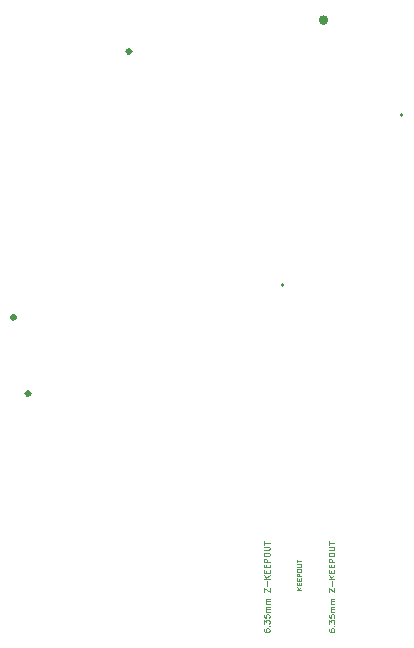
<source format=gbr>
%TF.GenerationSoftware,KiCad,Pcbnew,8.0.5*%
%TF.CreationDate,2025-05-15T20:07:03-04:00*%
%TF.ProjectId,RTLS_VIC,52544c53-5f56-4494-932e-6b696361645f,rev?*%
%TF.SameCoordinates,Original*%
%TF.FileFunction,Other,Comment*%
%FSLAX46Y46*%
G04 Gerber Fmt 4.6, Leading zero omitted, Abs format (unit mm)*
G04 Created by KiCad (PCBNEW 8.0.5) date 2025-05-15 20:07:03*
%MOMM*%
%LPD*%
G01*
G04 APERTURE LIST*
%ADD10C,0.070000*%
%ADD11C,0.125000*%
%ADD12C,0.300000*%
%ADD13C,0.150000*%
%ADD14C,0.200000*%
%ADD15C,0.400000*%
G04 APERTURE END LIST*
D10*
X156115407Y-122223095D02*
X155715407Y-122223095D01*
X156115407Y-121994524D02*
X155886836Y-122165953D01*
X155715407Y-121994524D02*
X155943979Y-122223095D01*
X155905883Y-121823095D02*
X155905883Y-121689762D01*
X156115407Y-121632619D02*
X156115407Y-121823095D01*
X156115407Y-121823095D02*
X155715407Y-121823095D01*
X155715407Y-121823095D02*
X155715407Y-121632619D01*
X155905883Y-121461190D02*
X155905883Y-121327857D01*
X156115407Y-121270714D02*
X156115407Y-121461190D01*
X156115407Y-121461190D02*
X155715407Y-121461190D01*
X155715407Y-121461190D02*
X155715407Y-121270714D01*
X156115407Y-121099285D02*
X155715407Y-121099285D01*
X155715407Y-121099285D02*
X155715407Y-120946904D01*
X155715407Y-120946904D02*
X155734455Y-120908809D01*
X155734455Y-120908809D02*
X155753502Y-120889762D01*
X155753502Y-120889762D02*
X155791598Y-120870714D01*
X155791598Y-120870714D02*
X155848740Y-120870714D01*
X155848740Y-120870714D02*
X155886836Y-120889762D01*
X155886836Y-120889762D02*
X155905883Y-120908809D01*
X155905883Y-120908809D02*
X155924931Y-120946904D01*
X155924931Y-120946904D02*
X155924931Y-121099285D01*
X155715407Y-120623095D02*
X155715407Y-120546904D01*
X155715407Y-120546904D02*
X155734455Y-120508809D01*
X155734455Y-120508809D02*
X155772550Y-120470714D01*
X155772550Y-120470714D02*
X155848740Y-120451666D01*
X155848740Y-120451666D02*
X155982074Y-120451666D01*
X155982074Y-120451666D02*
X156058264Y-120470714D01*
X156058264Y-120470714D02*
X156096360Y-120508809D01*
X156096360Y-120508809D02*
X156115407Y-120546904D01*
X156115407Y-120546904D02*
X156115407Y-120623095D01*
X156115407Y-120623095D02*
X156096360Y-120661190D01*
X156096360Y-120661190D02*
X156058264Y-120699285D01*
X156058264Y-120699285D02*
X155982074Y-120718333D01*
X155982074Y-120718333D02*
X155848740Y-120718333D01*
X155848740Y-120718333D02*
X155772550Y-120699285D01*
X155772550Y-120699285D02*
X155734455Y-120661190D01*
X155734455Y-120661190D02*
X155715407Y-120623095D01*
X155715407Y-120280237D02*
X156039217Y-120280237D01*
X156039217Y-120280237D02*
X156077312Y-120261190D01*
X156077312Y-120261190D02*
X156096360Y-120242142D01*
X156096360Y-120242142D02*
X156115407Y-120204047D01*
X156115407Y-120204047D02*
X156115407Y-120127856D01*
X156115407Y-120127856D02*
X156096360Y-120089761D01*
X156096360Y-120089761D02*
X156077312Y-120070714D01*
X156077312Y-120070714D02*
X156039217Y-120051666D01*
X156039217Y-120051666D02*
X155715407Y-120051666D01*
X155715407Y-119918332D02*
X155715407Y-119689761D01*
X156115407Y-119804047D02*
X155715407Y-119804047D01*
D11*
X158408809Y-125556427D02*
X158408809Y-125651665D01*
X158408809Y-125651665D02*
X158432619Y-125699284D01*
X158432619Y-125699284D02*
X158456428Y-125723094D01*
X158456428Y-125723094D02*
X158527857Y-125770713D01*
X158527857Y-125770713D02*
X158623095Y-125794522D01*
X158623095Y-125794522D02*
X158813571Y-125794522D01*
X158813571Y-125794522D02*
X158861190Y-125770713D01*
X158861190Y-125770713D02*
X158885000Y-125746903D01*
X158885000Y-125746903D02*
X158908809Y-125699284D01*
X158908809Y-125699284D02*
X158908809Y-125604046D01*
X158908809Y-125604046D02*
X158885000Y-125556427D01*
X158885000Y-125556427D02*
X158861190Y-125532618D01*
X158861190Y-125532618D02*
X158813571Y-125508808D01*
X158813571Y-125508808D02*
X158694523Y-125508808D01*
X158694523Y-125508808D02*
X158646904Y-125532618D01*
X158646904Y-125532618D02*
X158623095Y-125556427D01*
X158623095Y-125556427D02*
X158599285Y-125604046D01*
X158599285Y-125604046D02*
X158599285Y-125699284D01*
X158599285Y-125699284D02*
X158623095Y-125746903D01*
X158623095Y-125746903D02*
X158646904Y-125770713D01*
X158646904Y-125770713D02*
X158694523Y-125794522D01*
X158861190Y-125294523D02*
X158885000Y-125270713D01*
X158885000Y-125270713D02*
X158908809Y-125294523D01*
X158908809Y-125294523D02*
X158885000Y-125318332D01*
X158885000Y-125318332D02*
X158861190Y-125294523D01*
X158861190Y-125294523D02*
X158908809Y-125294523D01*
X158408809Y-125104047D02*
X158408809Y-124794523D01*
X158408809Y-124794523D02*
X158599285Y-124961190D01*
X158599285Y-124961190D02*
X158599285Y-124889761D01*
X158599285Y-124889761D02*
X158623095Y-124842142D01*
X158623095Y-124842142D02*
X158646904Y-124818333D01*
X158646904Y-124818333D02*
X158694523Y-124794523D01*
X158694523Y-124794523D02*
X158813571Y-124794523D01*
X158813571Y-124794523D02*
X158861190Y-124818333D01*
X158861190Y-124818333D02*
X158885000Y-124842142D01*
X158885000Y-124842142D02*
X158908809Y-124889761D01*
X158908809Y-124889761D02*
X158908809Y-125032618D01*
X158908809Y-125032618D02*
X158885000Y-125080237D01*
X158885000Y-125080237D02*
X158861190Y-125104047D01*
X158408809Y-124342143D02*
X158408809Y-124580238D01*
X158408809Y-124580238D02*
X158646904Y-124604047D01*
X158646904Y-124604047D02*
X158623095Y-124580238D01*
X158623095Y-124580238D02*
X158599285Y-124532619D01*
X158599285Y-124532619D02*
X158599285Y-124413571D01*
X158599285Y-124413571D02*
X158623095Y-124365952D01*
X158623095Y-124365952D02*
X158646904Y-124342143D01*
X158646904Y-124342143D02*
X158694523Y-124318333D01*
X158694523Y-124318333D02*
X158813571Y-124318333D01*
X158813571Y-124318333D02*
X158861190Y-124342143D01*
X158861190Y-124342143D02*
X158885000Y-124365952D01*
X158885000Y-124365952D02*
X158908809Y-124413571D01*
X158908809Y-124413571D02*
X158908809Y-124532619D01*
X158908809Y-124532619D02*
X158885000Y-124580238D01*
X158885000Y-124580238D02*
X158861190Y-124604047D01*
X158908809Y-124104048D02*
X158575476Y-124104048D01*
X158623095Y-124104048D02*
X158599285Y-124080238D01*
X158599285Y-124080238D02*
X158575476Y-124032619D01*
X158575476Y-124032619D02*
X158575476Y-123961191D01*
X158575476Y-123961191D02*
X158599285Y-123913572D01*
X158599285Y-123913572D02*
X158646904Y-123889762D01*
X158646904Y-123889762D02*
X158908809Y-123889762D01*
X158646904Y-123889762D02*
X158599285Y-123865953D01*
X158599285Y-123865953D02*
X158575476Y-123818334D01*
X158575476Y-123818334D02*
X158575476Y-123746905D01*
X158575476Y-123746905D02*
X158599285Y-123699286D01*
X158599285Y-123699286D02*
X158646904Y-123675476D01*
X158646904Y-123675476D02*
X158908809Y-123675476D01*
X158908809Y-123437381D02*
X158575476Y-123437381D01*
X158623095Y-123437381D02*
X158599285Y-123413571D01*
X158599285Y-123413571D02*
X158575476Y-123365952D01*
X158575476Y-123365952D02*
X158575476Y-123294524D01*
X158575476Y-123294524D02*
X158599285Y-123246905D01*
X158599285Y-123246905D02*
X158646904Y-123223095D01*
X158646904Y-123223095D02*
X158908809Y-123223095D01*
X158646904Y-123223095D02*
X158599285Y-123199286D01*
X158599285Y-123199286D02*
X158575476Y-123151667D01*
X158575476Y-123151667D02*
X158575476Y-123080238D01*
X158575476Y-123080238D02*
X158599285Y-123032619D01*
X158599285Y-123032619D02*
X158646904Y-123008809D01*
X158646904Y-123008809D02*
X158908809Y-123008809D01*
X158408809Y-122437381D02*
X158408809Y-122104048D01*
X158408809Y-122104048D02*
X158908809Y-122437381D01*
X158908809Y-122437381D02*
X158908809Y-122104048D01*
X158718333Y-121913572D02*
X158718333Y-121532620D01*
X158908809Y-121294524D02*
X158408809Y-121294524D01*
X158908809Y-121008810D02*
X158623095Y-121223095D01*
X158408809Y-121008810D02*
X158694523Y-121294524D01*
X158646904Y-120794524D02*
X158646904Y-120627857D01*
X158908809Y-120556429D02*
X158908809Y-120794524D01*
X158908809Y-120794524D02*
X158408809Y-120794524D01*
X158408809Y-120794524D02*
X158408809Y-120556429D01*
X158646904Y-120342143D02*
X158646904Y-120175476D01*
X158908809Y-120104048D02*
X158908809Y-120342143D01*
X158908809Y-120342143D02*
X158408809Y-120342143D01*
X158408809Y-120342143D02*
X158408809Y-120104048D01*
X158908809Y-119889762D02*
X158408809Y-119889762D01*
X158408809Y-119889762D02*
X158408809Y-119699286D01*
X158408809Y-119699286D02*
X158432619Y-119651667D01*
X158432619Y-119651667D02*
X158456428Y-119627857D01*
X158456428Y-119627857D02*
X158504047Y-119604048D01*
X158504047Y-119604048D02*
X158575476Y-119604048D01*
X158575476Y-119604048D02*
X158623095Y-119627857D01*
X158623095Y-119627857D02*
X158646904Y-119651667D01*
X158646904Y-119651667D02*
X158670714Y-119699286D01*
X158670714Y-119699286D02*
X158670714Y-119889762D01*
X158408809Y-119294524D02*
X158408809Y-119199286D01*
X158408809Y-119199286D02*
X158432619Y-119151667D01*
X158432619Y-119151667D02*
X158480238Y-119104048D01*
X158480238Y-119104048D02*
X158575476Y-119080238D01*
X158575476Y-119080238D02*
X158742142Y-119080238D01*
X158742142Y-119080238D02*
X158837380Y-119104048D01*
X158837380Y-119104048D02*
X158885000Y-119151667D01*
X158885000Y-119151667D02*
X158908809Y-119199286D01*
X158908809Y-119199286D02*
X158908809Y-119294524D01*
X158908809Y-119294524D02*
X158885000Y-119342143D01*
X158885000Y-119342143D02*
X158837380Y-119389762D01*
X158837380Y-119389762D02*
X158742142Y-119413571D01*
X158742142Y-119413571D02*
X158575476Y-119413571D01*
X158575476Y-119413571D02*
X158480238Y-119389762D01*
X158480238Y-119389762D02*
X158432619Y-119342143D01*
X158432619Y-119342143D02*
X158408809Y-119294524D01*
X158408809Y-118865952D02*
X158813571Y-118865952D01*
X158813571Y-118865952D02*
X158861190Y-118842142D01*
X158861190Y-118842142D02*
X158885000Y-118818333D01*
X158885000Y-118818333D02*
X158908809Y-118770714D01*
X158908809Y-118770714D02*
X158908809Y-118675476D01*
X158908809Y-118675476D02*
X158885000Y-118627857D01*
X158885000Y-118627857D02*
X158861190Y-118604047D01*
X158861190Y-118604047D02*
X158813571Y-118580238D01*
X158813571Y-118580238D02*
X158408809Y-118580238D01*
X158408809Y-118413570D02*
X158408809Y-118127856D01*
X158908809Y-118270713D02*
X158408809Y-118270713D01*
X152908809Y-125556427D02*
X152908809Y-125651665D01*
X152908809Y-125651665D02*
X152932619Y-125699284D01*
X152932619Y-125699284D02*
X152956428Y-125723094D01*
X152956428Y-125723094D02*
X153027857Y-125770713D01*
X153027857Y-125770713D02*
X153123095Y-125794522D01*
X153123095Y-125794522D02*
X153313571Y-125794522D01*
X153313571Y-125794522D02*
X153361190Y-125770713D01*
X153361190Y-125770713D02*
X153385000Y-125746903D01*
X153385000Y-125746903D02*
X153408809Y-125699284D01*
X153408809Y-125699284D02*
X153408809Y-125604046D01*
X153408809Y-125604046D02*
X153385000Y-125556427D01*
X153385000Y-125556427D02*
X153361190Y-125532618D01*
X153361190Y-125532618D02*
X153313571Y-125508808D01*
X153313571Y-125508808D02*
X153194523Y-125508808D01*
X153194523Y-125508808D02*
X153146904Y-125532618D01*
X153146904Y-125532618D02*
X153123095Y-125556427D01*
X153123095Y-125556427D02*
X153099285Y-125604046D01*
X153099285Y-125604046D02*
X153099285Y-125699284D01*
X153099285Y-125699284D02*
X153123095Y-125746903D01*
X153123095Y-125746903D02*
X153146904Y-125770713D01*
X153146904Y-125770713D02*
X153194523Y-125794522D01*
X153361190Y-125294523D02*
X153385000Y-125270713D01*
X153385000Y-125270713D02*
X153408809Y-125294523D01*
X153408809Y-125294523D02*
X153385000Y-125318332D01*
X153385000Y-125318332D02*
X153361190Y-125294523D01*
X153361190Y-125294523D02*
X153408809Y-125294523D01*
X152908809Y-125104047D02*
X152908809Y-124794523D01*
X152908809Y-124794523D02*
X153099285Y-124961190D01*
X153099285Y-124961190D02*
X153099285Y-124889761D01*
X153099285Y-124889761D02*
X153123095Y-124842142D01*
X153123095Y-124842142D02*
X153146904Y-124818333D01*
X153146904Y-124818333D02*
X153194523Y-124794523D01*
X153194523Y-124794523D02*
X153313571Y-124794523D01*
X153313571Y-124794523D02*
X153361190Y-124818333D01*
X153361190Y-124818333D02*
X153385000Y-124842142D01*
X153385000Y-124842142D02*
X153408809Y-124889761D01*
X153408809Y-124889761D02*
X153408809Y-125032618D01*
X153408809Y-125032618D02*
X153385000Y-125080237D01*
X153385000Y-125080237D02*
X153361190Y-125104047D01*
X152908809Y-124342143D02*
X152908809Y-124580238D01*
X152908809Y-124580238D02*
X153146904Y-124604047D01*
X153146904Y-124604047D02*
X153123095Y-124580238D01*
X153123095Y-124580238D02*
X153099285Y-124532619D01*
X153099285Y-124532619D02*
X153099285Y-124413571D01*
X153099285Y-124413571D02*
X153123095Y-124365952D01*
X153123095Y-124365952D02*
X153146904Y-124342143D01*
X153146904Y-124342143D02*
X153194523Y-124318333D01*
X153194523Y-124318333D02*
X153313571Y-124318333D01*
X153313571Y-124318333D02*
X153361190Y-124342143D01*
X153361190Y-124342143D02*
X153385000Y-124365952D01*
X153385000Y-124365952D02*
X153408809Y-124413571D01*
X153408809Y-124413571D02*
X153408809Y-124532619D01*
X153408809Y-124532619D02*
X153385000Y-124580238D01*
X153385000Y-124580238D02*
X153361190Y-124604047D01*
X153408809Y-124104048D02*
X153075476Y-124104048D01*
X153123095Y-124104048D02*
X153099285Y-124080238D01*
X153099285Y-124080238D02*
X153075476Y-124032619D01*
X153075476Y-124032619D02*
X153075476Y-123961191D01*
X153075476Y-123961191D02*
X153099285Y-123913572D01*
X153099285Y-123913572D02*
X153146904Y-123889762D01*
X153146904Y-123889762D02*
X153408809Y-123889762D01*
X153146904Y-123889762D02*
X153099285Y-123865953D01*
X153099285Y-123865953D02*
X153075476Y-123818334D01*
X153075476Y-123818334D02*
X153075476Y-123746905D01*
X153075476Y-123746905D02*
X153099285Y-123699286D01*
X153099285Y-123699286D02*
X153146904Y-123675476D01*
X153146904Y-123675476D02*
X153408809Y-123675476D01*
X153408809Y-123437381D02*
X153075476Y-123437381D01*
X153123095Y-123437381D02*
X153099285Y-123413571D01*
X153099285Y-123413571D02*
X153075476Y-123365952D01*
X153075476Y-123365952D02*
X153075476Y-123294524D01*
X153075476Y-123294524D02*
X153099285Y-123246905D01*
X153099285Y-123246905D02*
X153146904Y-123223095D01*
X153146904Y-123223095D02*
X153408809Y-123223095D01*
X153146904Y-123223095D02*
X153099285Y-123199286D01*
X153099285Y-123199286D02*
X153075476Y-123151667D01*
X153075476Y-123151667D02*
X153075476Y-123080238D01*
X153075476Y-123080238D02*
X153099285Y-123032619D01*
X153099285Y-123032619D02*
X153146904Y-123008809D01*
X153146904Y-123008809D02*
X153408809Y-123008809D01*
X152908809Y-122437381D02*
X152908809Y-122104048D01*
X152908809Y-122104048D02*
X153408809Y-122437381D01*
X153408809Y-122437381D02*
X153408809Y-122104048D01*
X153218333Y-121913572D02*
X153218333Y-121532620D01*
X153408809Y-121294524D02*
X152908809Y-121294524D01*
X153408809Y-121008810D02*
X153123095Y-121223095D01*
X152908809Y-121008810D02*
X153194523Y-121294524D01*
X153146904Y-120794524D02*
X153146904Y-120627857D01*
X153408809Y-120556429D02*
X153408809Y-120794524D01*
X153408809Y-120794524D02*
X152908809Y-120794524D01*
X152908809Y-120794524D02*
X152908809Y-120556429D01*
X153146904Y-120342143D02*
X153146904Y-120175476D01*
X153408809Y-120104048D02*
X153408809Y-120342143D01*
X153408809Y-120342143D02*
X152908809Y-120342143D01*
X152908809Y-120342143D02*
X152908809Y-120104048D01*
X153408809Y-119889762D02*
X152908809Y-119889762D01*
X152908809Y-119889762D02*
X152908809Y-119699286D01*
X152908809Y-119699286D02*
X152932619Y-119651667D01*
X152932619Y-119651667D02*
X152956428Y-119627857D01*
X152956428Y-119627857D02*
X153004047Y-119604048D01*
X153004047Y-119604048D02*
X153075476Y-119604048D01*
X153075476Y-119604048D02*
X153123095Y-119627857D01*
X153123095Y-119627857D02*
X153146904Y-119651667D01*
X153146904Y-119651667D02*
X153170714Y-119699286D01*
X153170714Y-119699286D02*
X153170714Y-119889762D01*
X152908809Y-119294524D02*
X152908809Y-119199286D01*
X152908809Y-119199286D02*
X152932619Y-119151667D01*
X152932619Y-119151667D02*
X152980238Y-119104048D01*
X152980238Y-119104048D02*
X153075476Y-119080238D01*
X153075476Y-119080238D02*
X153242142Y-119080238D01*
X153242142Y-119080238D02*
X153337380Y-119104048D01*
X153337380Y-119104048D02*
X153385000Y-119151667D01*
X153385000Y-119151667D02*
X153408809Y-119199286D01*
X153408809Y-119199286D02*
X153408809Y-119294524D01*
X153408809Y-119294524D02*
X153385000Y-119342143D01*
X153385000Y-119342143D02*
X153337380Y-119389762D01*
X153337380Y-119389762D02*
X153242142Y-119413571D01*
X153242142Y-119413571D02*
X153075476Y-119413571D01*
X153075476Y-119413571D02*
X152980238Y-119389762D01*
X152980238Y-119389762D02*
X152932619Y-119342143D01*
X152932619Y-119342143D02*
X152908809Y-119294524D01*
X152908809Y-118865952D02*
X153313571Y-118865952D01*
X153313571Y-118865952D02*
X153361190Y-118842142D01*
X153361190Y-118842142D02*
X153385000Y-118818333D01*
X153385000Y-118818333D02*
X153408809Y-118770714D01*
X153408809Y-118770714D02*
X153408809Y-118675476D01*
X153408809Y-118675476D02*
X153385000Y-118627857D01*
X153385000Y-118627857D02*
X153361190Y-118604047D01*
X153361190Y-118604047D02*
X153313571Y-118580238D01*
X153313571Y-118580238D02*
X152908809Y-118580238D01*
X152908809Y-118413570D02*
X152908809Y-118127856D01*
X153408809Y-118270713D02*
X152908809Y-118270713D01*
D12*
%TO.C,X1*%
X133109000Y-105630000D02*
G75*
G02*
X132809000Y-105630000I-150000J0D01*
G01*
X132809000Y-105630000D02*
G75*
G02*
X133109000Y-105630000I150000J0D01*
G01*
%TO.C,U9*%
X131874000Y-99170000D02*
G75*
G02*
X131574000Y-99170000I-150000J0D01*
G01*
X131574000Y-99170000D02*
G75*
G02*
X131874000Y-99170000I150000J0D01*
G01*
D13*
%TO.C,U8*%
X154579000Y-96415000D02*
G75*
G02*
X154439000Y-96415000I-70000J0D01*
G01*
X154439000Y-96415000D02*
G75*
G02*
X154579000Y-96415000I70000J0D01*
G01*
D14*
%TO.C,U6*%
X164704000Y-82040000D02*
G75*
G02*
X164504000Y-82040000I-100000J0D01*
G01*
X164504000Y-82040000D02*
G75*
G02*
X164704000Y-82040000I100000J0D01*
G01*
D15*
%TO.C,U7*%
X158174000Y-73997500D02*
G75*
G02*
X157774000Y-73997500I-200000J0D01*
G01*
X157774000Y-73997500D02*
G75*
G02*
X158174000Y-73997500I200000J0D01*
G01*
D12*
%TO.C,U2*%
X141644000Y-76650000D02*
G75*
G02*
X141344000Y-76650000I-150000J0D01*
G01*
X141344000Y-76650000D02*
G75*
G02*
X141644000Y-76650000I150000J0D01*
G01*
%TD*%
M02*

</source>
